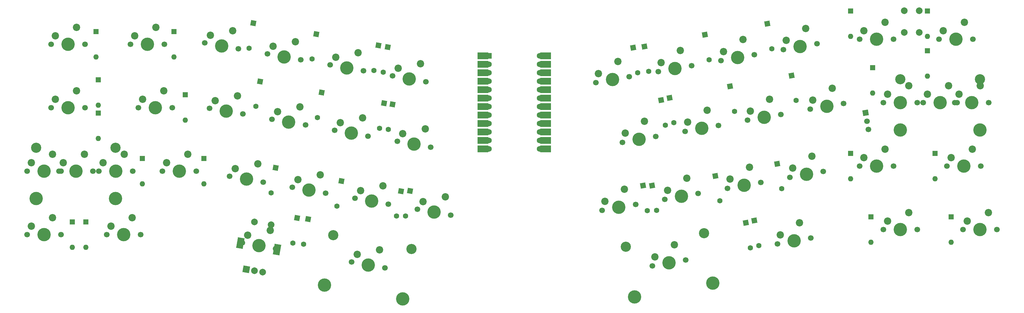
<source format=gts>
G04 #@! TF.GenerationSoftware,KiCad,Pcbnew,(6.0.7)*
G04 #@! TF.CreationDate,2022-12-13T23:16:33-05:00*
G04 #@! TF.ProjectId,alish40,616c6973-6834-4302-9e6b-696361645f70,rev?*
G04 #@! TF.SameCoordinates,Original*
G04 #@! TF.FileFunction,Soldermask,Top*
G04 #@! TF.FilePolarity,Negative*
%FSLAX46Y46*%
G04 Gerber Fmt 4.6, Leading zero omitted, Abs format (unit mm)*
G04 Created by KiCad (PCBNEW (6.0.7)) date 2022-12-13 23:16:33*
%MOMM*%
%LPD*%
G01*
G04 APERTURE LIST*
G04 Aperture macros list*
%AMHorizOval*
0 Thick line with rounded ends*
0 $1 width*
0 $2 $3 position (X,Y) of the first rounded end (center of the circle)*
0 $4 $5 position (X,Y) of the second rounded end (center of the circle)*
0 Add line between two ends*
20,1,$1,$2,$3,$4,$5,0*
0 Add two circle primitives to create the rounded ends*
1,1,$1,$2,$3*
1,1,$1,$4,$5*%
%AMRotRect*
0 Rectangle, with rotation*
0 The origin of the aperture is its center*
0 $1 length*
0 $2 width*
0 $3 Rotation angle, in degrees counterclockwise*
0 Add horizontal line*
21,1,$1,$2,0,0,$3*%
G04 Aperture macros list end*
%ADD10C,4.000000*%
%ADD11C,1.700000*%
%ADD12C,2.200000*%
%ADD13R,1.752600X1.752600*%
%ADD14R,3.250000X2.000000*%
%ADD15C,1.752600*%
%ADD16C,3.050000*%
%ADD17RotRect,3.200000X2.000000X80.000000*%
%ADD18RotRect,2.000000X2.000000X80.000000*%
%ADD19C,2.000000*%
%ADD20RotRect,1.600000X1.600000X260.000000*%
%ADD21HorizOval,1.600000X0.000000X0.000000X0.000000X0.000000X0*%
%ADD22R,1.600000X1.600000*%
%ADD23O,1.600000X1.600000*%
%ADD24RotRect,1.600000X1.600000X280.000000*%
%ADD25HorizOval,1.600000X0.000000X0.000000X0.000000X0.000000X0*%
%ADD26RotRect,1.700000X1.700000X190.000000*%
%ADD27HorizOval,1.700000X0.000000X0.000000X0.000000X0.000000X0*%
G04 APERTURE END LIST*
D10*
X306589546Y-128320776D03*
D11*
X301586723Y-129202908D03*
X311592369Y-127438643D03*
D12*
X308208825Y-122876886D03*
X302396362Y-126480964D03*
D11*
X292831780Y-130746641D03*
X282826134Y-132510906D03*
D10*
X287828957Y-131628774D03*
D12*
X289448236Y-126184884D03*
X283635773Y-129788962D03*
D11*
X72925231Y-146416596D03*
X83085231Y-146416596D03*
D10*
X78005231Y-146416596D03*
D12*
X80545231Y-141336596D03*
X74195231Y-143876596D03*
D11*
X116422731Y-108316597D03*
X106262731Y-108316597D03*
D10*
X111342731Y-108316597D03*
D12*
X113882731Y-103236597D03*
X107532731Y-105776597D03*
D11*
X183849326Y-118385452D03*
D10*
X188852150Y-119267585D03*
D11*
X193854973Y-120149718D03*
D12*
X192235694Y-114705828D03*
X185541098Y-116104574D03*
D10*
X101817731Y-146416595D03*
D11*
X106897731Y-146416595D03*
X96737731Y-146416595D03*
D12*
X104357731Y-141336595D03*
X98007731Y-143876595D03*
D10*
X250307783Y-138244771D03*
D11*
X245304960Y-139126903D03*
X255310606Y-137362638D03*
D12*
X251927062Y-132800881D03*
X246114599Y-136404959D03*
D11*
X137573209Y-110225726D03*
X127567562Y-108461460D03*
D10*
X132570386Y-109343593D03*
D12*
X135953930Y-104781836D03*
X129259334Y-106180582D03*
D11*
X322486250Y-125829998D03*
X332646250Y-125829998D03*
D10*
X327566250Y-125829998D03*
D12*
X330106250Y-120749998D03*
X323756250Y-123289998D03*
D11*
X133640024Y-128876077D03*
D10*
X138642848Y-129758210D03*
D11*
X143645671Y-130640343D03*
D12*
X142026392Y-125196453D03*
X135331796Y-126595199D03*
D10*
X151330977Y-112651591D03*
D11*
X146328153Y-111769458D03*
X156333800Y-113533724D03*
D12*
X154714521Y-108089834D03*
X148019925Y-109488580D03*
D10*
X358522501Y-144879999D03*
D11*
X353442501Y-144879999D03*
X363602501Y-144879999D03*
D12*
X361062501Y-139799999D03*
X354712501Y-142339999D03*
D10*
X149948827Y-93064006D03*
D11*
X154951650Y-93946139D03*
X144946003Y-92181873D03*
D12*
X153332371Y-88502249D03*
X146637775Y-89900995D03*
D11*
X103881000Y-89266597D03*
X114041000Y-89266597D03*
D10*
X108961000Y-89266597D03*
D12*
X111501000Y-84186597D03*
X105151000Y-86726597D03*
D11*
X261382902Y-116948049D03*
X251377256Y-118712314D03*
D10*
X256380079Y-117830182D03*
D12*
X257999358Y-112386292D03*
X252186895Y-115990370D03*
D11*
X299660874Y-90854733D03*
D10*
X304663697Y-89972601D03*
D11*
X309666520Y-89090468D03*
D12*
X306282976Y-84528711D03*
X300470513Y-88132789D03*
D11*
X339790000Y-106780000D03*
D10*
X334710000Y-106780000D03*
D11*
X329630000Y-106780000D03*
D12*
X337250000Y-101700000D03*
X330900000Y-104240000D03*
D10*
X334709999Y-144880000D03*
D11*
X329629999Y-144880000D03*
X339789999Y-144880000D03*
D12*
X337249999Y-139800000D03*
X330899999Y-142340000D03*
D11*
X253384756Y-99014462D03*
D10*
X248381933Y-99896595D03*
D11*
X243379110Y-100778727D03*
D12*
X250001212Y-94452705D03*
X244188749Y-98056783D03*
D11*
X189921791Y-138800070D03*
X199927438Y-140564336D03*
D10*
X194924615Y-139682203D03*
D12*
X198308159Y-135120446D03*
X191613563Y-136519192D03*
D11*
X270137843Y-115404317D03*
D10*
X275140666Y-114522185D03*
D11*
X280143489Y-113640052D03*
D12*
X276759945Y-109078295D03*
X270947482Y-112682373D03*
D13*
X211350000Y-92770687D03*
D14*
X209572000Y-92770687D03*
X209572000Y-95310687D03*
D15*
X211350000Y-95310687D03*
X211350000Y-97850687D03*
D14*
X209572000Y-97850687D03*
X209572000Y-100390687D03*
D15*
X211350000Y-100390687D03*
D14*
X209572000Y-102930687D03*
D15*
X211350000Y-102930687D03*
D14*
X209572000Y-105470687D03*
D15*
X211350000Y-105470687D03*
X211350000Y-108010687D03*
D14*
X209572000Y-108010687D03*
X209572000Y-110550687D03*
D15*
X211350000Y-110550687D03*
D14*
X209572000Y-113090687D03*
D15*
X211350000Y-113090687D03*
X211350000Y-115630687D03*
D14*
X209572000Y-115630687D03*
X209572000Y-118170687D03*
D15*
X211350000Y-118170687D03*
X211350000Y-120710687D03*
D14*
X209572000Y-120710687D03*
D15*
X226590000Y-120710687D03*
D14*
X228368000Y-120710687D03*
X228368000Y-118170687D03*
D15*
X226590000Y-118170687D03*
X226590000Y-115630687D03*
D14*
X228368000Y-115630687D03*
D15*
X226590000Y-113090687D03*
D14*
X228368000Y-113090687D03*
D15*
X226590000Y-110550687D03*
D14*
X228368000Y-110550687D03*
X228368000Y-108010687D03*
D15*
X226590000Y-108010687D03*
X226590000Y-105470687D03*
D14*
X228368000Y-105470687D03*
D15*
X226590000Y-102930687D03*
D14*
X228368000Y-102930687D03*
D15*
X226590000Y-100390687D03*
D14*
X228368000Y-100390687D03*
X228368000Y-97850687D03*
D15*
X226590000Y-97850687D03*
X226590000Y-95310687D03*
D14*
X228368000Y-95310687D03*
D15*
X226590000Y-92770687D03*
D14*
X228368000Y-92770687D03*
D16*
X75630230Y-120366596D03*
D10*
X75630230Y-135606596D03*
X87530230Y-127366596D03*
D11*
X82450230Y-127366596D03*
X92610230Y-127366596D03*
D16*
X99430230Y-120366596D03*
D10*
X99430230Y-135606596D03*
D12*
X90070230Y-122286596D03*
X83720230Y-124826596D03*
D10*
X187470001Y-99680000D03*
D11*
X192472824Y-100562133D03*
X182467177Y-98797867D03*
D12*
X190853545Y-95118243D03*
X184158949Y-96516989D03*
D11*
X162406266Y-133948341D03*
D10*
X157403443Y-133066208D03*
D11*
X152400619Y-132184075D03*
D12*
X160786987Y-128504451D03*
X154092391Y-129903197D03*
D10*
X312661841Y-107906188D03*
D11*
X317664664Y-107024055D03*
X307659018Y-108788320D03*
D12*
X314281120Y-102462298D03*
X308468657Y-106066376D03*
D11*
X274071193Y-134054639D03*
D10*
X269068370Y-134936772D03*
D11*
X264065547Y-135818904D03*
D12*
X270687649Y-129492882D03*
X264875186Y-133096960D03*
D11*
X163706589Y-95489866D03*
D10*
X168709413Y-96371999D03*
D11*
X173712236Y-97254132D03*
D12*
X172092957Y-91810242D03*
X165398361Y-93208988D03*
D10*
X293901256Y-111214187D03*
D11*
X288898433Y-112096319D03*
X298904079Y-110332054D03*
D12*
X295520535Y-105770297D03*
X289708072Y-109374375D03*
D10*
X131188236Y-89756006D03*
D11*
X136191059Y-90638139D03*
X126185412Y-88873873D03*
D12*
X134571780Y-85194249D03*
X127877184Y-86592995D03*
D11*
X165088735Y-115077455D03*
D10*
X170091559Y-115959588D03*
D11*
X175094382Y-116841721D03*
D12*
X173475103Y-111397831D03*
X166780507Y-112796577D03*
D11*
X272145346Y-95706463D03*
X262139700Y-97470728D03*
D10*
X267142523Y-96588596D03*
D12*
X268761802Y-91144706D03*
X262949339Y-94748784D03*
D17*
X136822118Y-148938909D03*
X147851964Y-150883769D03*
D18*
X138572660Y-156863277D03*
D19*
X143496699Y-157731518D03*
X141034680Y-157297397D03*
X146014598Y-143451805D03*
X141090559Y-142583564D03*
D11*
X280900288Y-94162731D03*
D10*
X285903111Y-93280599D03*
D11*
X290905934Y-92398466D03*
D12*
X287522390Y-87836709D03*
X281709927Y-91440787D03*
D11*
X90228981Y-89266597D03*
X80068981Y-89266597D03*
D10*
X85148981Y-89266597D03*
D12*
X87688981Y-84186597D03*
X81338981Y-86726597D03*
D10*
X302862322Y-148321863D03*
D11*
X297859499Y-149203995D03*
X307865145Y-147439730D03*
D12*
X304481601Y-142877973D03*
X298669138Y-146482051D03*
D16*
X164697430Y-146588227D03*
D11*
X180203928Y-156430428D03*
D16*
X188135854Y-150721054D03*
D11*
X170198281Y-154666162D03*
D10*
X175201105Y-155548295D03*
X185489456Y-165729524D03*
X162051031Y-161596698D03*
D12*
X178584649Y-150986538D03*
X171890053Y-152385284D03*
D11*
X72925231Y-127366596D03*
X83085231Y-127366596D03*
D10*
X78005231Y-127366596D03*
D12*
X80545231Y-122286596D03*
X74195231Y-124826596D03*
D11*
X270343970Y-154055725D03*
D10*
X255052796Y-165119087D03*
X265341147Y-154937858D03*
X278491220Y-160986260D03*
D16*
X252406398Y-150110617D03*
X275844822Y-145977790D03*
D11*
X260338324Y-155819990D03*
D12*
X266960426Y-149493968D03*
X261147963Y-153098046D03*
D10*
X99436481Y-127366597D03*
D11*
X104516481Y-127366597D03*
X94356481Y-127366597D03*
D12*
X101976481Y-122286597D03*
X95626481Y-124826597D03*
D11*
X356458751Y-87729999D03*
X346298751Y-87729999D03*
D10*
X351378751Y-87729999D03*
D12*
X353918751Y-82649999D03*
X347568751Y-85189999D03*
D11*
X147372901Y-150641429D03*
D10*
X142370078Y-149759296D03*
D11*
X137367254Y-148877163D03*
D12*
X145753622Y-145197539D03*
X139059026Y-146596285D03*
D11*
X351696250Y-106780000D03*
X341536250Y-106780000D03*
D16*
X334716250Y-99780000D03*
D10*
X334716250Y-115020000D03*
D16*
X358516250Y-99780000D03*
D10*
X346616250Y-106780000D03*
X358516250Y-115020000D03*
D12*
X349156250Y-101700000D03*
X342806250Y-104240000D03*
D11*
X332646252Y-87730002D03*
D10*
X327566252Y-87730002D03*
D11*
X322486252Y-87730002D03*
D12*
X330106252Y-82650002D03*
X323756252Y-85190002D03*
D11*
X361221249Y-106780001D03*
X351061249Y-106780001D03*
D10*
X356141249Y-106780001D03*
D12*
X358681249Y-101700001D03*
X352331249Y-104240001D03*
D11*
X171161203Y-135492073D03*
D10*
X176164027Y-136374206D03*
D11*
X181166850Y-137256339D03*
D12*
X179547571Y-131812449D03*
X172852975Y-133211195D03*
D11*
X90228981Y-108316597D03*
X80068981Y-108316597D03*
D10*
X85148981Y-108316597D03*
D12*
X87688981Y-103236597D03*
X81338981Y-105776597D03*
D11*
X358840000Y-125830001D03*
D10*
X353760000Y-125830001D03*
D11*
X348680000Y-125830001D03*
D12*
X356300000Y-120750001D03*
X349950000Y-123290001D03*
D11*
X123566481Y-127366599D03*
D10*
X118486481Y-127366599D03*
D11*
X113406481Y-127366599D03*
D12*
X121026481Y-122286599D03*
X114676481Y-124826599D03*
D20*
X153870000Y-141470000D03*
D21*
X152546801Y-148974235D03*
D22*
X94240000Y-99970000D03*
D23*
X94240000Y-107590000D03*
D24*
X254630000Y-90300000D03*
D25*
X255953199Y-97804235D03*
D22*
X94200000Y-109900000D03*
D23*
X94200000Y-117520000D03*
D24*
X276068401Y-86437883D03*
D25*
X277391600Y-93942118D03*
D22*
X125910000Y-123556599D03*
D23*
X125910000Y-131176599D03*
D22*
X326400000Y-96300000D03*
D23*
X326400000Y-103920000D03*
D20*
X178221600Y-89617883D03*
D21*
X176898401Y-97122118D03*
D22*
X345120000Y-122020001D03*
D23*
X345120000Y-129640001D03*
D20*
X142781600Y-100417883D03*
D21*
X141458401Y-107922118D03*
D20*
X179871600Y-106987883D03*
D21*
X178548401Y-114492118D03*
D22*
X93580000Y-85456597D03*
D23*
X93580000Y-93076597D03*
D24*
X297768401Y-125157883D03*
D25*
X299091600Y-132662118D03*
D20*
X182481600Y-107347883D03*
D21*
X181158401Y-114852118D03*
D22*
X325900000Y-141070000D03*
D23*
X325900000Y-148690000D03*
D19*
X340380000Y-85730000D03*
X340380000Y-79230000D03*
X335880000Y-85730000D03*
X335880000Y-79230000D03*
D24*
X288375000Y-142900000D03*
D25*
X289698199Y-150404235D03*
D22*
X342800000Y-79280000D03*
D23*
X342800000Y-86900000D03*
D22*
X120270000Y-104430000D03*
D23*
X120270000Y-112050000D03*
D24*
X279218401Y-128787883D03*
D25*
X280541600Y-136292118D03*
D22*
X342790000Y-91230000D03*
D23*
X342790000Y-98850000D03*
D22*
X107410000Y-123556597D03*
D23*
X107410000Y-131176597D03*
D24*
X290950000Y-142225000D03*
D25*
X292273199Y-149729235D03*
D24*
X283640000Y-101900000D03*
D25*
X284963199Y-109404235D03*
D22*
X319800000Y-79260000D03*
D23*
X319800000Y-86880000D03*
D22*
X319780000Y-122019998D03*
D23*
X319780000Y-129639998D03*
D20*
X180971600Y-90117883D03*
D21*
X179648401Y-97622118D03*
D20*
X157141600Y-141787883D03*
D21*
X155818401Y-149292118D03*
D22*
X116950000Y-85456597D03*
D23*
X116950000Y-93076597D03*
D22*
X349910000Y-141069999D03*
D23*
X349910000Y-148689999D03*
D26*
X324260000Y-109880000D03*
D27*
X324701066Y-112381412D03*
X325142133Y-114882823D03*
D24*
X260278401Y-131667883D03*
D25*
X261601600Y-139172118D03*
D24*
X294811448Y-83130483D03*
D25*
X296134647Y-90634718D03*
D20*
X159631600Y-86197883D03*
D21*
X158308401Y-93702118D03*
D24*
X257940000Y-89930000D03*
D25*
X259263199Y-97434235D03*
D20*
X184950000Y-133380000D03*
D21*
X183626801Y-140884235D03*
D20*
X161211600Y-103797883D03*
D21*
X159888401Y-111302118D03*
D24*
X262950000Y-106050000D03*
D25*
X264273199Y-113554235D03*
D22*
X90525000Y-142606595D03*
D23*
X90525000Y-150226595D03*
D20*
X167120000Y-130347883D03*
D21*
X165796801Y-137852118D03*
D22*
X86475000Y-142606596D03*
D23*
X86475000Y-150226596D03*
D20*
X187661600Y-133347883D03*
D21*
X186338401Y-140852118D03*
D24*
X257538401Y-131717883D03*
D25*
X258861600Y-139222118D03*
D24*
X302110000Y-98640000D03*
D25*
X303433199Y-106144235D03*
D24*
X265480000Y-105330000D03*
D25*
X266803199Y-112834235D03*
D20*
X147381600Y-126367883D03*
D21*
X146058401Y-133872118D03*
D20*
X140751600Y-82937883D03*
D21*
X139428401Y-90442118D03*
M02*

</source>
